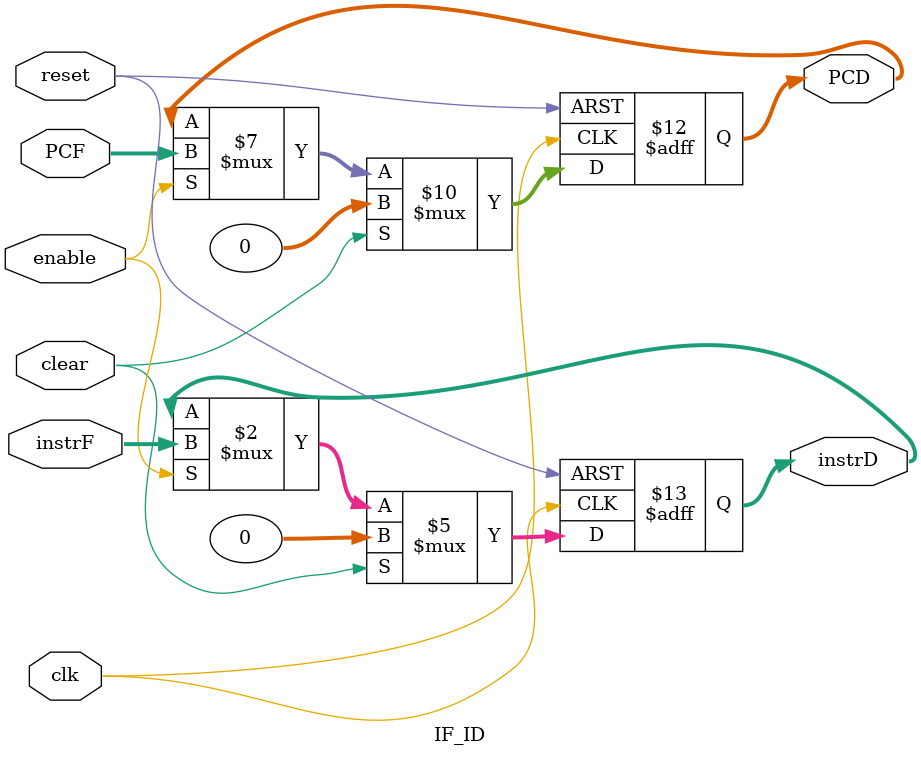
<source format=v>
`timescale 1ns / 1ps
module IF_ID(
    input clk, reset, clear, enable,
    input [31:0] PCF, instrF,
    output reg [31:0] PCD, instrD);
    
always @( posedge clk, posedge reset ) begin
    if (reset) begin 
        instrD <= 0;
        PCD <= 0;
    end
     else if (clear) begin 
			  instrD <= 0;
			  PCD <= 0;
     end
		 
	else if(enable) begin	 
			  instrD <= instrF;
			  PCD <= PCF;
	end
	end
endmodule

</source>
